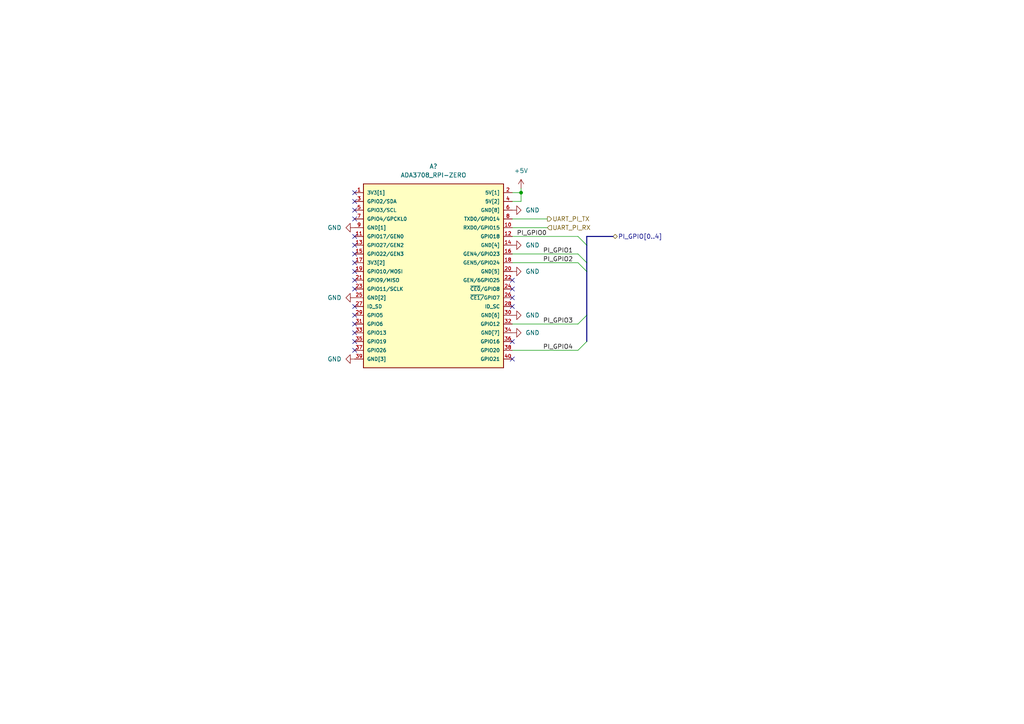
<source format=kicad_sch>
(kicad_sch (version 20211123) (generator eeschema)
  (paper "A4")
  (lib_symbols
    (symbol "ADA3708:ADA3708_RPI-ZERO" (pin_names (offset 1.016))
      (property "Reference" "A" (at -20.3454 26.6954 0))
      (property "Value" "ADA3708_RPI-ZERO" (at -20.3454 -30.5054 0))
      (symbol "ADA3708_RPI-ZERO_0_0"
        (rectangle (start -20.32 -27.94) (end 20.32 25.4) (stroke (width 0.254)) (fill (type background)))
        (pin power_in line (at -22.86 22.86 0) (length 2.54) (name "3V3[1]") (number "1"))
        (pin bidirectional line (at 22.86 12.7 180) (length 2.54) (name "RXD0/GPIO15") (number "10"))
        (pin bidirectional line (at -22.86 10.16 0) (length 2.54) (name "GPIO17/GEN0") (number "11"))
        (pin bidirectional line (at 22.86 10.16 180) (length 2.54) (name "GPIO18") (number "12"))
        (pin bidirectional line (at -22.86 7.62 0) (length 2.54) (name "GPIO27/GEN2") (number "13"))
        (pin power_in line (at 22.86 7.62 180) (length 2.54) (name "GND[4]") (number "14"))
        (pin bidirectional line (at -22.86 5.08 0) (length 2.54) (name "GPIO22/GEN3") (number "15"))
        (pin bidirectional line (at 22.86 5.08 180) (length 2.54) (name "GEN4/GPIO23") (number "16"))
        (pin power_in line (at -22.86 2.54 0) (length 2.54) (name "3V3[2]") (number "17"))
        (pin bidirectional line (at 22.86 2.54 180) (length 2.54) (name "GEN5/GPIO24") (number "18"))
        (pin bidirectional line (at -22.86 0 0) (length 2.54) (name "GPIO10/MOSI") (number "19"))
        (pin power_in line (at 22.86 22.86 180) (length 2.54) (name "5V[1]") (number "2"))
        (pin power_in line (at 22.86 0 180) (length 2.54) (name "GND[5]") (number "20"))
        (pin bidirectional line (at -22.86 -2.54 0) (length 2.54) (name "GPIO9/MISO") (number "21"))
        (pin bidirectional line (at 22.86 -2.54 180) (length 2.54) (name "GEN/6GPIO25") (number "22"))
        (pin bidirectional line (at -22.86 -5.08 0) (length 2.54) (name "GPIO11/SCLK") (number "23"))
        (pin bidirectional line (at 22.86 -5.08 180) (length 2.54) (name "~{CE0}/GPIO8") (number "24"))
        (pin power_in line (at -22.86 -7.62 0) (length 2.54) (name "GND[2]") (number "25"))
        (pin bidirectional line (at 22.86 -7.62 180) (length 2.54) (name "~{CE1/}GPIO7") (number "26"))
        (pin bidirectional line (at -22.86 -10.16 0) (length 2.54) (name "ID_SD") (number "27"))
        (pin bidirectional line (at 22.86 -10.16 180) (length 2.54) (name "ID_SC") (number "28"))
        (pin bidirectional line (at -22.86 -12.7 0) (length 2.54) (name "GPIO5") (number "29"))
        (pin bidirectional line (at -22.86 20.32 0) (length 2.54) (name "GPIO2/SDA") (number "3"))
        (pin power_in line (at 22.86 -12.7 180) (length 2.54) (name "GND[6]") (number "30"))
        (pin bidirectional line (at -22.86 -15.24 0) (length 2.54) (name "GPIO6") (number "31"))
        (pin bidirectional line (at 22.86 -15.24 180) (length 2.54) (name "GPIO12") (number "32"))
        (pin bidirectional line (at -22.86 -17.78 0) (length 2.54) (name "GPIO13") (number "33"))
        (pin power_in line (at 22.86 -17.78 180) (length 2.54) (name "GND[7]") (number "34"))
        (pin bidirectional line (at -22.86 -20.32 0) (length 2.54) (name "GPIO19") (number "35"))
        (pin bidirectional line (at 22.86 -20.32 180) (length 2.54) (name "GPIO16") (number "36"))
        (pin bidirectional line (at -22.86 -22.86 0) (length 2.54) (name "GPIO26") (number "37"))
        (pin bidirectional line (at 22.86 -22.86 180) (length 2.54) (name "GPIO20") (number "38"))
        (pin power_in line (at -22.86 -25.4 0) (length 2.54) (name "GND[3]") (number "39"))
        (pin power_in line (at 22.86 20.32 180) (length 2.54) (name "5V[2]") (number "4"))
        (pin bidirectional line (at 22.86 -25.4 180) (length 2.54) (name "GPIO21") (number "40"))
        (pin bidirectional line (at -22.86 17.78 0) (length 2.54) (name "GPIO3/SCL") (number "5"))
        (pin power_in line (at 22.86 17.78 180) (length 2.54) (name "GND[8]") (number "6"))
        (pin bidirectional line (at -22.86 15.24 0) (length 2.54) (name "GPIO4/GPCKL0") (number "7"))
        (pin bidirectional line (at 22.86 15.24 180) (length 2.54) (name "TXD0/GPIO14") (number "8"))
        (pin power_in line (at -22.86 12.7 0) (length 2.54) (name "GND[1]") (number "9"))
      )
    )
    (symbol "power:+5V" (power) (pin_names (offset 0))
      (property "Value" "+5V" (at 0 3.556 0))
      (symbol "+5V_0_1"
        (polyline (pts (xy -0.762 1.27) (xy 0 2.54)))
        (polyline (pts (xy 0 0) (xy 0 2.54)))
        (polyline (pts (xy 0 2.54) (xy 0.762 1.27)))
      )
      (symbol "+5V_1_1"
        (pin power_in line (at 0 0 90) (length 0) hide (name "+5V") (number "1"))
      )
    )
    (symbol "power:GND" (power) (pin_names (offset 0))
      (property "Value" "GND" (at 0 -3.81 0))
      (symbol "GND_0_1"
        (polyline (pts (xy 0 0) (xy 0 -1.27) (xy 1.27 -1.27) (xy 0 -2.54) (xy -1.27 -1.27) (xy 0 -1.27)))
      )
      (symbol "GND_1_1"
        (pin power_in line (at 0 0 270) (length 0) hide (name "GND") (number "1"))
      )
    )
  )
  (junction (at 151.13 55.88))
  (no_connect (at 102.87 76.2))
  (no_connect (at 102.87 58.42))
  (no_connect (at 102.87 60.96))
  (no_connect (at 102.87 63.5))
  (no_connect (at 148.59 86.36))
  (no_connect (at 148.59 83.82))
  (no_connect (at 148.59 81.28))
  (no_connect (at 148.59 99.06))
  (no_connect (at 148.59 104.14))
  (no_connect (at 102.87 93.98))
  (no_connect (at 102.87 96.52))
  (no_connect (at 102.87 99.06))
  (no_connect (at 102.87 101.6))
  (no_connect (at 102.87 68.58))
  (no_connect (at 102.87 71.12))
  (no_connect (at 102.87 73.66))
  (no_connect (at 102.87 78.74))
  (no_connect (at 102.87 81.28))
  (no_connect (at 102.87 83.82))
  (no_connect (at 102.87 91.44))
  (no_connect (at 102.87 55.88))
  (no_connect (at 102.87 88.9))
  (no_connect (at 148.59 88.9))
  (bus_entry (at 167.64 68.58) (size 2.54 2.54))
  (bus_entry (at 167.64 73.66) (size 2.54 2.54))
  (bus_entry (at 167.64 76.2) (size 2.54 2.54))
  (bus_entry (at 167.64 93.98) (size 2.54 -2.54))
  (bus_entry (at 167.64 101.6) (size 2.54 -2.54))
  (wire (pts (xy 148.59 63.5) (xy 158.75 63.5)))
  (wire (pts (xy 148.59 66.04) (xy 158.75 66.04)))
  (wire (pts (xy 148.59 58.42) (xy 151.13 58.42)))
  (wire (pts (xy 148.59 55.88) (xy 151.13 55.88)))
  (bus (pts (xy 170.18 91.44) (xy 170.18 99.06)))
  (bus (pts (xy 170.18 71.12) (xy 170.18 76.2)))
  (bus (pts (xy 170.18 76.2) (xy 170.18 78.74)))
  (wire (pts (xy 148.59 93.98) (xy 167.64 93.98)))
  (wire (pts (xy 148.59 76.2) (xy 167.64 76.2)))
  (wire (pts (xy 148.59 68.58) (xy 167.64 68.58)))
  (bus (pts (xy 170.18 78.74) (xy 170.18 91.44)))
  (wire (pts (xy 151.13 55.88) (xy 151.13 54.61)))
  (wire (pts (xy 148.59 101.6) (xy 167.64 101.6)))
  (wire (pts (xy 151.13 58.42) (xy 151.13 55.88)))
  (bus (pts (xy 170.18 68.58) (xy 177.8 68.58)))
  (bus (pts (xy 170.18 68.58) (xy 170.18 71.12)))
  (wire (pts (xy 148.59 73.66) (xy 167.64 73.66)))
  (label "PI_GPIO2" (at 157.48 76.2 0))
  (label "PI_GPIO1" (at 157.48 73.66 0))
  (label "PI_GPIO3" (at 157.48 93.98 0))
  (label "PI_GPIO0" (at 149.86 68.58 0))
  (label "PI_GPIO4" (at 157.48 101.6 0))
  (hierarchical_label "UART_PI_TX" (shape output) (at 158.75 63.5 0))
  (hierarchical_label "UART_PI_RX" (shape input) (at 158.75 66.04 0))
  (hierarchical_label "PI_GPIO[0..4]" (shape bidirectional) (at 177.8 68.58 0))
  (symbol (lib_id "power:GND") (at 102.87 86.36 270) (unit 1)
    (property "Reference" "#PWR?" (effects hide))
    (property "Value" "GND" (at 99.06 86.3599 90) (effects (justify right)))
  )
  (symbol (lib_id "power:GND") (at 148.59 91.44 90) (unit 1)
    (property "Reference" "#PWR?" (effects hide))
    (property "Value" "GND" (at 152.4 91.4399 90) (effects (justify right)))
  )
  (symbol (lib_id "ADA3708:ADA3708_RPI-ZERO") (at 125.73 78.74 0) (unit 1)
    (property "Reference" "A?" (at 125.73 48.26 0))
    (property "Value" "ADA3708_RPI-ZERO" (at 125.73 50.8 0))
    (property "Footprint" "SymLibs:ADA3708_RPI-ZERO" (effects hide))
    (property "MANUFACTURER" "Raspberry" (effects hide))
    (property "STANDARD" "MAnufactutrer Recommendations" (effects hide))
  )
  (symbol (lib_id "power:GND") (at 148.59 71.12 90) (unit 1)
    (property "Reference" "#PWR?" (effects hide))
    (property "Value" "GND" (at 152.4 71.1199 90) (effects (justify right)))
  )
  (symbol (lib_id "power:GND") (at 102.87 66.04 270) (unit 1)
    (property "Reference" "#PWR?" (effects hide))
    (property "Value" "GND" (at 99.06 66.0399 90) (effects (justify right)))
  )
  (symbol (lib_id "power:GND") (at 148.59 96.52 90) (unit 1)
    (property "Reference" "#PWR?" (effects hide))
    (property "Value" "GND" (at 152.4 96.5199 90) (effects (justify right)))
  )
  (symbol (lib_id "power:GND") (at 148.59 78.74 90) (unit 1)
    (property "Reference" "#PWR?" (effects hide))
    (property "Value" "GND" (at 152.4 78.7399 90) (effects (justify right)))
  )
  (symbol (lib_id "power:GND") (at 102.87 104.14 270) (unit 1)
    (property "Reference" "#PWR?" (effects hide))
    (property "Value" "GND" (at 99.06 104.1399 90) (effects (justify right)))
  )
  (symbol (lib_id "power:GND") (at 148.59 60.96 90) (unit 1)
    (property "Reference" "#PWR?" (effects hide))
    (property "Value" "GND" (at 152.4 60.9599 90) (effects (justify right)))
  )
  (symbol (lib_id "power:+5V") (at 151.13 54.61 0) (unit 1)
    (property "Reference" "#PWR?" (effects hide))
    (property "Value" "+5V" (at 151.13 49.53 0))
  )
)
</source>
